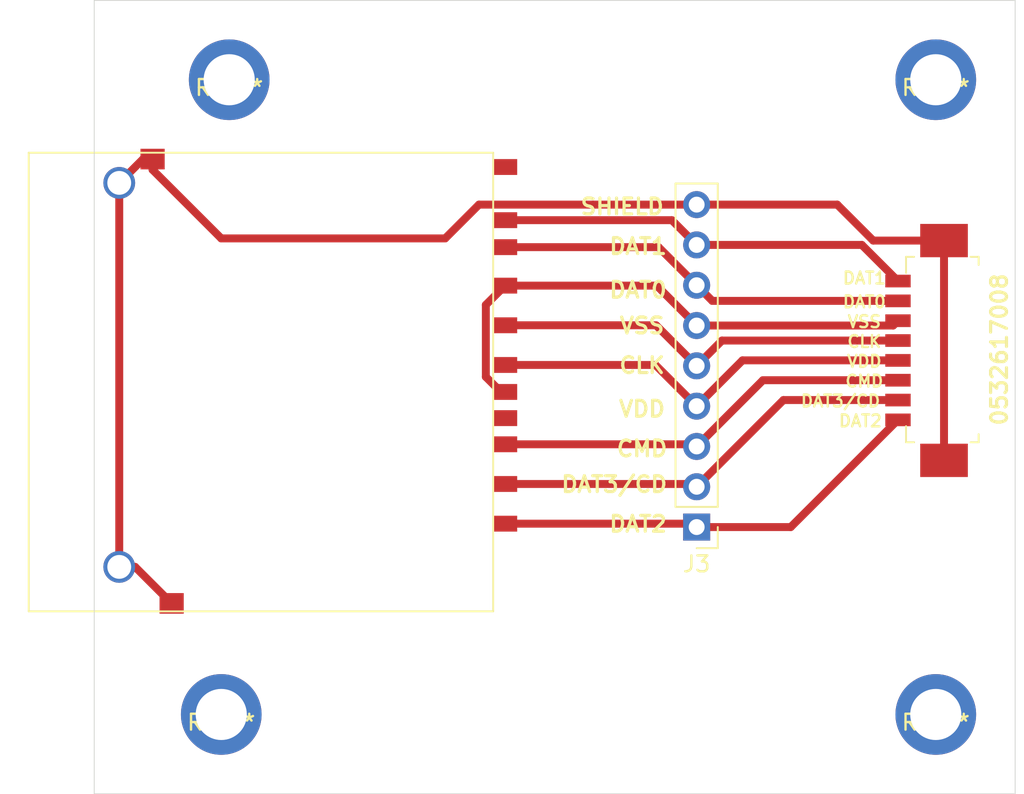
<source format=kicad_pcb>
(kicad_pcb (version 20171130) (host pcbnew "(5.1.9)-1")

  (general
    (thickness 1.6)
    (drawings 22)
    (tracks 50)
    (zones 0)
    (modules 7)
    (nets 12)
  )

  (page A4)
  (layers
    (0 F.Cu signal)
    (31 B.Cu signal)
    (32 B.Adhes user)
    (33 F.Adhes user)
    (34 B.Paste user)
    (35 F.Paste user)
    (36 B.SilkS user)
    (37 F.SilkS user)
    (38 B.Mask user)
    (39 F.Mask user)
    (40 Dwgs.User user)
    (41 Cmts.User user)
    (42 Eco1.User user)
    (43 Eco2.User user)
    (44 Edge.Cuts user)
    (45 Margin user)
    (46 B.CrtYd user)
    (47 F.CrtYd user)
    (48 B.Fab user)
    (49 F.Fab user)
  )

  (setup
    (last_trace_width 0.25)
    (user_trace_width 0.5)
    (trace_clearance 0.2)
    (zone_clearance 0.508)
    (zone_45_only no)
    (trace_min 0.2)
    (via_size 0.8)
    (via_drill 0.4)
    (via_min_size 0.4)
    (via_min_drill 0.3)
    (uvia_size 0.3)
    (uvia_drill 0.1)
    (uvias_allowed no)
    (uvia_min_size 0.2)
    (uvia_min_drill 0.1)
    (edge_width 0.05)
    (segment_width 0.2)
    (pcb_text_width 0.3)
    (pcb_text_size 1.5 1.5)
    (mod_edge_width 0.12)
    (mod_text_size 1 1)
    (mod_text_width 0.15)
    (pad_size 1.524 1.524)
    (pad_drill 0.762)
    (pad_to_mask_clearance 0)
    (aux_axis_origin 0 0)
    (visible_elements 7FFFFFFF)
    (pcbplotparams
      (layerselection 0x010fc_ffffffff)
      (usegerberextensions false)
      (usegerberattributes true)
      (usegerberadvancedattributes true)
      (creategerberjobfile true)
      (excludeedgelayer true)
      (linewidth 0.100000)
      (plotframeref false)
      (viasonmask false)
      (mode 1)
      (useauxorigin false)
      (hpglpennumber 1)
      (hpglpenspeed 20)
      (hpglpendiameter 15.000000)
      (psnegative false)
      (psa4output false)
      (plotreference true)
      (plotvalue true)
      (plotinvisibletext false)
      (padsonsilk false)
      (subtractmaskfromsilk false)
      (outputformat 1)
      (mirror false)
      (drillshape 0)
      (scaleselection 1)
      (outputdirectory "Gerber/"))
  )

  (net 0 "")
  (net 1 /DAT3CD)
  (net 2 /CMD)
  (net 3 /DAT2)
  (net 4 "Net-(J1-Pad10)")
  (net 5 /VSS)
  (net 6 /VDD)
  (net 7 /CLK)
  (net 8 /DAT0)
  (net 9 "Net-(J1-Pad11)")
  (net 10 /DAT1)
  (net 11 /SHIELD)

  (net_class Default "This is the default net class."
    (clearance 0.2)
    (trace_width 0.25)
    (via_dia 0.8)
    (via_drill 0.4)
    (uvia_dia 0.3)
    (uvia_drill 0.1)
    (add_net /CLK)
    (add_net /CMD)
    (add_net /DAT0)
    (add_net /DAT1)
    (add_net /DAT2)
    (add_net /DAT3CD)
    (add_net /SHIELD)
    (add_net /VDD)
    (add_net /VSS)
    (add_net "Net-(J1-Pad10)")
    (add_net "Net-(J1-Pad11)")
  )

  (module SD_Card:Hole_5.08 (layer F.Cu) (tedit 601987D9) (tstamp 6021D30B)
    (at 125 135)
    (fp_text reference REF** (at 0 0.5) (layer F.SilkS)
      (effects (font (size 1 1) (thickness 0.15)))
    )
    (fp_text value Hole_5.08 (at 0 3.81) (layer F.Fab)
      (effects (font (size 1 1) (thickness 0.15)))
    )
    (pad 1 thru_hole circle (at 0 0) (size 5.08 5.08) (drill 3.22) (layers *.Cu *.Mask))
  )

  (module SD_Card:Hole_5.08 (layer F.Cu) (tedit 601987D9) (tstamp 6021D305)
    (at 170 135)
    (fp_text reference REF** (at 0 0.5) (layer F.SilkS)
      (effects (font (size 1 1) (thickness 0.15)))
    )
    (fp_text value Hole_5.08 (at 0 3.81) (layer F.Fab)
      (effects (font (size 1 1) (thickness 0.15)))
    )
    (pad 1 thru_hole circle (at 0 0) (size 5.08 5.08) (drill 3.22) (layers *.Cu *.Mask))
  )

  (module SD_Card:Hole_5.08 (layer F.Cu) (tedit 601987D9) (tstamp 6021D2EC)
    (at 170 95)
    (fp_text reference REF** (at 0 0.5) (layer F.SilkS)
      (effects (font (size 1 1) (thickness 0.15)))
    )
    (fp_text value Hole_5.08 (at 0 3.81) (layer F.Fab)
      (effects (font (size 1 1) (thickness 0.15)))
    )
    (pad 1 thru_hole circle (at 0 0) (size 5.08 5.08) (drill 3.22) (layers *.Cu *.Mask))
  )

  (module SD_Card:Hole_5.08 (layer F.Cu) (tedit 601987D9) (tstamp 6021D2C6)
    (at 125.5 95)
    (fp_text reference REF** (at 0 0.5) (layer F.SilkS)
      (effects (font (size 1 1) (thickness 0.15)))
    )
    (fp_text value Hole_5.08 (at 0 3.81) (layer F.Fab)
      (effects (font (size 1 1) (thickness 0.15)))
    )
    (pad 1 thru_hole circle (at 0 0) (size 5.08 5.08) (drill 3.22) (layers *.Cu *.Mask))
  )

  (module SD_Card:WM26501 (layer F.Cu) (tedit 602172EA) (tstamp 6021C8B8)
    (at 170.667 112.258 270)
    (path /60219D11)
    (fp_text reference J2 (at 0.508 5.588 90) (layer F.SilkS) hide
      (effects (font (size 1 1) (thickness 0.15)))
    )
    (fp_text value Conn_01x09_Female (at 0 -4.064 90) (layer F.Fab)
      (effects (font (size 1 1) (thickness 0.15)))
    )
    (fp_line (start 5.588 2.54) (end 4.572 2.54) (layer F.SilkS) (width 0.12))
    (fp_line (start 5.588 2.032) (end 5.588 2.54) (layer F.SilkS) (width 0.12))
    (fp_line (start -6.096 2.54) (end -5.08 2.54) (layer F.SilkS) (width 0.12))
    (fp_line (start -6.096 2.54) (end -6.096 2.032) (layer F.SilkS) (width 0.12))
    (fp_line (start 5.588 -2.032) (end 5.588 -1.524) (layer F.SilkS) (width 0.12))
    (fp_line (start 5.08 -2.032) (end 5.588 -2.032) (layer F.SilkS) (width 0.12))
    (fp_line (start -6.096 -2.032) (end -5.588 -2.032) (layer F.SilkS) (width 0.12))
    (fp_line (start -6.096 -1.524) (end -6.096 -2.032) (layer F.SilkS) (width 0.12))
    (fp_line (start -9.144 -2.54) (end 8.636 -2.54) (layer F.CrtYd) (width 0.12))
    (fp_line (start 8.636 -2.54) (end 8.636 4.064) (layer F.CrtYd) (width 0.12))
    (fp_line (start 8.636 4.064) (end -9.144 4.064) (layer F.CrtYd) (width 0.12))
    (fp_line (start -9.144 4.064) (end -9.144 -2.54) (layer F.CrtYd) (width 0.12))
    (pad 8 smd rect (at -4.572 3.048 270) (size 0.8 1.6) (layers F.Cu F.Paste F.Mask)
      (net 10 /DAT1))
    (pad 7 smd rect (at -3.322 3.048 270) (size 0.8 1.6) (layers F.Cu F.Paste F.Mask)
      (net 8 /DAT0))
    (pad 6 smd rect (at -2.072 3.048 270) (size 0.8 1.6) (layers F.Cu F.Paste F.Mask)
      (net 5 /VSS))
    (pad 5 smd rect (at -0.822 3.048 270) (size 0.8 1.6) (layers F.Cu F.Paste F.Mask)
      (net 7 /CLK))
    (pad 4 smd rect (at 0.428 3.048 270) (size 0.8 1.6) (layers F.Cu F.Paste F.Mask)
      (net 6 /VDD))
    (pad 3 smd rect (at 1.678 3.048 270) (size 0.8 1.6) (layers F.Cu F.Paste F.Mask)
      (net 2 /CMD))
    (pad 2 smd rect (at 2.928 3.048 270) (size 0.8 1.6) (layers F.Cu F.Paste F.Mask)
      (net 1 /DAT3CD))
    (pad 1 smd rect (at 4.178 3.048 270) (size 0.8 1.6) (layers F.Cu F.Paste F.Mask)
      (net 3 /DAT2))
    (pad 9 smd rect (at -7.122 0.148 270) (size 2.1 3) (layers F.Cu F.Paste F.Mask)
      (net 11 /SHIELD))
    (pad 9 smd rect (at 6.728 0.148 270) (size 2.1 3) (layers F.Cu F.Paste F.Mask)
      (net 11 /SHIELD))
    (model Z:/Documents/PCB_Models/Connectors/532617008.stp
      (offset (xyz -0.25 0.5 1.5))
      (scale (xyz 1 1 1))
      (rotate (xyz 0 0 0))
    )
  )

  (module SD_Card:609-3956-2-ND (layer F.Cu) (tedit 60216D94) (tstamp 6021C89E)
    (at 142.875 110.475 270)
    (path /60228D6E)
    (fp_text reference J1 (at 0 6.35 90) (layer B.SilkS) hide
      (effects (font (size 1 1) (thickness 0.15)) (justify mirror))
    )
    (fp_text value SD_Card (at -1.27 -10.16 90) (layer F.Fab)
      (effects (font (size 1 1) (thickness 0.15)))
    )
    (fp_line (start -11.43 31.75) (end -11.43 -1.27) (layer F.CrtYd) (width 0.12))
    (fp_line (start 19.05 31.75) (end -11.43 31.75) (layer F.CrtYd) (width 0.12))
    (fp_line (start 19.05 -1.27) (end 19.05 31.75) (layer F.CrtYd) (width 0.12))
    (fp_line (start -11.43 -1.27) (end 19.05 -1.27) (layer F.CrtYd) (width 0.12))
    (fp_line (start 18.025 30) (end -10.875 30) (layer F.SilkS) (width 0.12))
    (fp_line (start -10.875 0.75) (end -10.875 30) (layer F.SilkS) (width 0.12))
    (fp_line (start 18.025 0.75) (end 18.025 30) (layer F.SilkS) (width 0.12))
    (fp_line (start 3.125 0.75) (end 18.025 0.75) (layer F.SilkS) (width 0.12))
    (fp_line (start 3.125 0.75) (end -10.875 0.75) (layer F.SilkS) (width 0.12))
    (pad 1 smd rect (at 10 0 270) (size 1 1.524) (layers F.Cu F.Paste F.Mask)
      (net 1 /DAT3CD))
    (pad 2 smd rect (at 7.5 0 270) (size 1 1.524) (layers F.Cu F.Paste F.Mask)
      (net 2 /CMD))
    (pad 9 smd rect (at 12.5 0 270) (size 1 1.524) (layers F.Cu F.Paste F.Mask)
      (net 3 /DAT2))
    (pad 10 smd rect (at 5.85 0 270) (size 1 1.524) (layers F.Cu F.Paste F.Mask)
      (net 4 "Net-(J1-Pad10)"))
    (pad 3 smd rect (at 4.2 0 270) (size 1 1.524) (layers F.Cu F.Paste F.Mask)
      (net 5 /VSS))
    (pad 4 smd rect (at 2.5 0 270) (size 1 1.524) (layers F.Cu F.Paste F.Mask)
      (net 6 /VDD))
    (pad 5 smd rect (at 0 0 270) (size 1 1.524) (layers F.Cu F.Paste F.Mask)
      (net 7 /CLK))
    (pad 6 smd rect (at -2.5 0 270) (size 1 1.524) (layers F.Cu F.Paste F.Mask)
      (net 5 /VSS))
    (pad 7 smd rect (at -4.925 0 270) (size 1 1.524) (layers F.Cu F.Paste F.Mask)
      (net 8 /DAT0))
    (pad 11 smd rect (at -9.975 0 270) (size 1 1.524) (layers F.Cu F.Paste F.Mask)
      (net 9 "Net-(J1-Pad11)"))
    (pad 8 smd rect (at -6.625 0 270) (size 1 1.524) (layers F.Cu F.Paste F.Mask)
      (net 10 /DAT1))
    (pad 12 smd rect (at 17.525 21 270) (size 1.3 1.524) (layers F.Cu F.Paste F.Mask)
      (net 11 /SHIELD))
    (pad 13 thru_hole circle (at 15.225 24.3 270) (size 2 2) (drill 1.5) (layers *.Cu *.Mask)
      (net 11 /SHIELD))
    (pad 13 thru_hole circle (at -8.975 24.3 270) (size 2 2) (drill 1.5) (layers *.Cu *.Mask)
      (net 11 /SHIELD))
    (pad 12 smd rect (at -10.475 22.2 270) (size 1.3 1.524) (layers F.Cu F.Paste F.Mask)
      (net 11 /SHIELD))
    (model Z:/Documents/PCB_Models/SD/10067847-001RLF.stp
      (offset (xyz 3.5 -0.75 0))
      (scale (xyz 1 1 1))
      (rotate (xyz -90 0 0))
    )
  )

  (module Connector_PinHeader_2.54mm:PinHeader_1x09_P2.54mm_Vertical (layer F.Cu) (tedit 59FED5CC) (tstamp 6021C8D5)
    (at 154.94 123.19 180)
    (descr "Through hole straight pin header, 1x09, 2.54mm pitch, single row")
    (tags "Through hole pin header THT 1x09 2.54mm single row")
    (path /60231CB1)
    (fp_text reference J3 (at 0 -2.33) (layer F.SilkS)
      (effects (font (size 1 1) (thickness 0.15)))
    )
    (fp_text value Conn_01x09_Female (at 0 22.65) (layer F.Fab)
      (effects (font (size 1 1) (thickness 0.15)))
    )
    (fp_line (start 1.8 -1.8) (end -1.8 -1.8) (layer F.CrtYd) (width 0.05))
    (fp_line (start 1.8 22.1) (end 1.8 -1.8) (layer F.CrtYd) (width 0.05))
    (fp_line (start -1.8 22.1) (end 1.8 22.1) (layer F.CrtYd) (width 0.05))
    (fp_line (start -1.8 -1.8) (end -1.8 22.1) (layer F.CrtYd) (width 0.05))
    (fp_line (start -1.33 -1.33) (end 0 -1.33) (layer F.SilkS) (width 0.12))
    (fp_line (start -1.33 0) (end -1.33 -1.33) (layer F.SilkS) (width 0.12))
    (fp_line (start -1.33 1.27) (end 1.33 1.27) (layer F.SilkS) (width 0.12))
    (fp_line (start 1.33 1.27) (end 1.33 21.65) (layer F.SilkS) (width 0.12))
    (fp_line (start -1.33 1.27) (end -1.33 21.65) (layer F.SilkS) (width 0.12))
    (fp_line (start -1.33 21.65) (end 1.33 21.65) (layer F.SilkS) (width 0.12))
    (fp_line (start -1.27 -0.635) (end -0.635 -1.27) (layer F.Fab) (width 0.1))
    (fp_line (start -1.27 21.59) (end -1.27 -0.635) (layer F.Fab) (width 0.1))
    (fp_line (start 1.27 21.59) (end -1.27 21.59) (layer F.Fab) (width 0.1))
    (fp_line (start 1.27 -1.27) (end 1.27 21.59) (layer F.Fab) (width 0.1))
    (fp_line (start -0.635 -1.27) (end 1.27 -1.27) (layer F.Fab) (width 0.1))
    (fp_text user %R (at 0 10.16 90) (layer F.Fab)
      (effects (font (size 1 1) (thickness 0.15)))
    )
    (pad 1 thru_hole rect (at 0 0 180) (size 1.7 1.7) (drill 1) (layers *.Cu *.Mask)
      (net 3 /DAT2))
    (pad 2 thru_hole oval (at 0 2.54 180) (size 1.7 1.7) (drill 1) (layers *.Cu *.Mask)
      (net 1 /DAT3CD))
    (pad 3 thru_hole oval (at 0 5.08 180) (size 1.7 1.7) (drill 1) (layers *.Cu *.Mask)
      (net 2 /CMD))
    (pad 4 thru_hole oval (at 0 7.62 180) (size 1.7 1.7) (drill 1) (layers *.Cu *.Mask)
      (net 6 /VDD))
    (pad 5 thru_hole oval (at 0 10.16 180) (size 1.7 1.7) (drill 1) (layers *.Cu *.Mask)
      (net 7 /CLK))
    (pad 6 thru_hole oval (at 0 12.7 180) (size 1.7 1.7) (drill 1) (layers *.Cu *.Mask)
      (net 5 /VSS))
    (pad 7 thru_hole oval (at 0 15.24 180) (size 1.7 1.7) (drill 1) (layers *.Cu *.Mask)
      (net 8 /DAT0))
    (pad 8 thru_hole oval (at 0 17.78 180) (size 1.7 1.7) (drill 1) (layers *.Cu *.Mask)
      (net 10 /DAT1))
    (pad 9 thru_hole oval (at 0 20.32 180) (size 1.7 1.7) (drill 1) (layers *.Cu *.Mask)
      (net 11 /SHIELD))
    (model ${KISYS3DMOD}/Connector_PinHeader_2.54mm.3dshapes/PinHeader_1x09_P2.54mm_Vertical.wrl
      (at (xyz 0 0 0))
      (scale (xyz 1 1 1))
      (rotate (xyz 0 0 0))
    )
  )

  (gr_line (start 175 90) (end 175 140) (layer Edge.Cuts) (width 0.05) (tstamp 6021D371))
  (gr_line (start 117 90) (end 175 90) (layer Edge.Cuts) (width 0.05))
  (gr_line (start 117 140) (end 117 90) (layer Edge.Cuts) (width 0.05))
  (gr_line (start 175 140) (end 117 140) (layer Edge.Cuts) (width 0.05))
  (gr_text DAT2 (at 151.25 123) (layer F.SilkS) (tstamp 6021D087)
    (effects (font (size 1 1) (thickness 0.2)))
  )
  (gr_text DAT3/CD (at 149.75 120.5) (layer F.SilkS) (tstamp 6021D087)
    (effects (font (size 1 1) (thickness 0.2)))
  )
  (gr_text CMD (at 151.5 118.25) (layer F.SilkS) (tstamp 6021D087)
    (effects (font (size 1 1) (thickness 0.2)))
  )
  (gr_text VDD (at 151.5 115.75) (layer F.SilkS) (tstamp 6021D087)
    (effects (font (size 1 1) (thickness 0.2)))
  )
  (gr_text CLK (at 151.5 113) (layer F.SilkS) (tstamp 6021D087)
    (effects (font (size 1 1) (thickness 0.2)))
  )
  (gr_text VSS (at 151.5 110.5) (layer F.SilkS) (tstamp 6021D087)
    (effects (font (size 1 1) (thickness 0.2)))
  )
  (gr_text DAT0 (at 151.25 108.25) (layer F.SilkS) (tstamp 6021D087)
    (effects (font (size 1 1) (thickness 0.2)))
  )
  (gr_text DAT1 (at 151.25 105.5) (layer F.SilkS) (tstamp 6021D087)
    (effects (font (size 1 1) (thickness 0.2)))
  )
  (gr_text SHIELD (at 150.25 103) (layer F.SilkS)
    (effects (font (size 1 1) (thickness 0.2)))
  )
  (gr_text DAT2 (at 165.25 116.5) (layer F.SilkS) (tstamp 6021D065)
    (effects (font (size 0.75 0.75) (thickness 0.15)))
  )
  (gr_text DAT3/CD (at 164 115.25) (layer F.SilkS) (tstamp 6021D065)
    (effects (font (size 0.75 0.75) (thickness 0.15)))
  )
  (gr_text CMD (at 165.5 114) (layer F.SilkS) (tstamp 6021D065)
    (effects (font (size 0.75 0.75) (thickness 0.15)))
  )
  (gr_text VDD (at 165.5 112.75) (layer F.SilkS) (tstamp 6021D065)
    (effects (font (size 0.75 0.75) (thickness 0.15)))
  )
  (gr_text CLK (at 165.5 111.5) (layer F.SilkS) (tstamp 6021D065)
    (effects (font (size 0.75 0.75) (thickness 0.15)))
  )
  (gr_text VSS (at 165.5 110.25) (layer F.SilkS) (tstamp 6021D065)
    (effects (font (size 0.75 0.75) (thickness 0.15)))
  )
  (gr_text DAT0 (at 165.5 109) (layer F.SilkS) (tstamp 6021D065)
    (effects (font (size 0.75 0.75) (thickness 0.15)))
  )
  (gr_text DAT1 (at 165.5 107.5) (layer F.SilkS)
    (effects (font (size 0.75 0.75) (thickness 0.15)))
  )
  (gr_text 0532617008 (at 174 112 90) (layer F.SilkS)
    (effects (font (size 1 1) (thickness 0.2)))
  )

  (segment (start 154.765 120.475) (end 154.94 120.65) (width 0.5) (layer F.Cu) (net 1))
  (segment (start 142.875 120.475) (end 154.765 120.475) (width 0.5) (layer F.Cu) (net 1))
  (segment (start 160.404 115.186) (end 167.619 115.186) (width 0.5) (layer F.Cu) (net 1))
  (segment (start 154.94 120.65) (end 160.404 115.186) (width 0.5) (layer F.Cu) (net 1))
  (segment (start 154.805 117.975) (end 154.94 118.11) (width 0.5) (layer F.Cu) (net 2))
  (segment (start 142.875 117.975) (end 154.805 117.975) (width 0.5) (layer F.Cu) (net 2))
  (segment (start 159.114 113.936) (end 167.619 113.936) (width 0.5) (layer F.Cu) (net 2))
  (segment (start 154.94 118.11) (end 159.114 113.936) (width 0.5) (layer F.Cu) (net 2))
  (segment (start 154.725 122.975) (end 154.94 123.19) (width 0.5) (layer F.Cu) (net 3))
  (segment (start 142.875 122.975) (end 154.725 122.975) (width 0.5) (layer F.Cu) (net 3))
  (segment (start 160.865 123.19) (end 167.619 116.436) (width 0.5) (layer F.Cu) (net 3))
  (segment (start 154.94 123.19) (end 160.865 123.19) (width 0.5) (layer F.Cu) (net 3))
  (segment (start 152.425 107.975) (end 154.94 110.49) (width 0.5) (layer F.Cu) (net 5))
  (segment (start 142.875 107.975) (end 152.425 107.975) (width 0.5) (layer F.Cu) (net 5))
  (segment (start 141.662999 109.187001) (end 142.875 107.975) (width 0.5) (layer F.Cu) (net 5))
  (segment (start 141.662999 113.724999) (end 141.662999 109.187001) (width 0.5) (layer F.Cu) (net 5))
  (segment (start 142.613 114.675) (end 141.662999 113.724999) (width 0.5) (layer F.Cu) (net 5))
  (segment (start 142.875 114.675) (end 142.613 114.675) (width 0.5) (layer F.Cu) (net 5))
  (segment (start 167.315 110.49) (end 167.619 110.186) (width 0.5) (layer F.Cu) (net 5))
  (segment (start 154.94 110.49) (end 167.315 110.49) (width 0.5) (layer F.Cu) (net 5))
  (segment (start 152.345 112.975) (end 154.94 115.57) (width 0.5) (layer F.Cu) (net 6))
  (segment (start 142.875 112.975) (end 152.345 112.975) (width 0.5) (layer F.Cu) (net 6))
  (segment (start 157.824 112.686) (end 167.619 112.686) (width 0.5) (layer F.Cu) (net 6))
  (segment (start 154.94 115.57) (end 157.824 112.686) (width 0.5) (layer F.Cu) (net 6))
  (segment (start 152.385 110.475) (end 154.94 113.03) (width 0.5) (layer F.Cu) (net 7))
  (segment (start 142.875 110.475) (end 152.385 110.475) (width 0.5) (layer F.Cu) (net 7))
  (segment (start 156.534 111.436) (end 167.619 111.436) (width 0.5) (layer F.Cu) (net 7))
  (segment (start 154.94 113.03) (end 156.534 111.436) (width 0.5) (layer F.Cu) (net 7))
  (segment (start 152.54 105.55) (end 154.94 107.95) (width 0.5) (layer F.Cu) (net 8))
  (segment (start 142.875 105.55) (end 152.54 105.55) (width 0.5) (layer F.Cu) (net 8))
  (segment (start 155.926 108.936) (end 167.619 108.936) (width 0.5) (layer F.Cu) (net 8))
  (segment (start 154.94 107.95) (end 155.926 108.936) (width 0.5) (layer F.Cu) (net 8))
  (segment (start 153.38 103.85) (end 154.94 105.41) (width 0.5) (layer F.Cu) (net 10))
  (segment (start 142.875 103.85) (end 153.38 103.85) (width 0.5) (layer F.Cu) (net 10))
  (segment (start 165.343 105.41) (end 167.619 107.686) (width 0.5) (layer F.Cu) (net 10))
  (segment (start 154.94 105.41) (end 165.343 105.41) (width 0.5) (layer F.Cu) (net 10))
  (segment (start 170.519 105.136) (end 170.519 118.986) (width 0.5) (layer F.Cu) (net 11))
  (segment (start 163.792962 102.87) (end 154.94 102.87) (width 0.5) (layer F.Cu) (net 11))
  (segment (start 166.058962 105.136) (end 163.792962 102.87) (width 0.5) (layer F.Cu) (net 11))
  (segment (start 170.519 105.136) (end 166.058962 105.136) (width 0.5) (layer F.Cu) (net 11))
  (segment (start 120.075 100) (end 118.575 101.5) (width 0.5) (layer F.Cu) (net 11))
  (segment (start 120.675 100) (end 120.075 100) (width 0.5) (layer F.Cu) (net 11))
  (segment (start 118.575 101.5) (end 118.575 125.7) (width 0.5) (layer F.Cu) (net 11))
  (segment (start 119.575 125.7) (end 121.875 128) (width 0.5) (layer F.Cu) (net 11))
  (segment (start 118.575 125.7) (end 119.575 125.7) (width 0.5) (layer F.Cu) (net 11))
  (segment (start 120.675 100) (end 120.675 100.675) (width 0.5) (layer F.Cu) (net 11))
  (segment (start 120.675 100.675) (end 125 105) (width 0.5) (layer F.Cu) (net 11))
  (segment (start 125 105) (end 139.1 105) (width 0.5) (layer F.Cu) (net 11))
  (segment (start 141.23 102.87) (end 154.94 102.87) (width 0.5) (layer F.Cu) (net 11))
  (segment (start 139.1 105) (end 141.23 102.87) (width 0.5) (layer F.Cu) (net 11))

)

</source>
